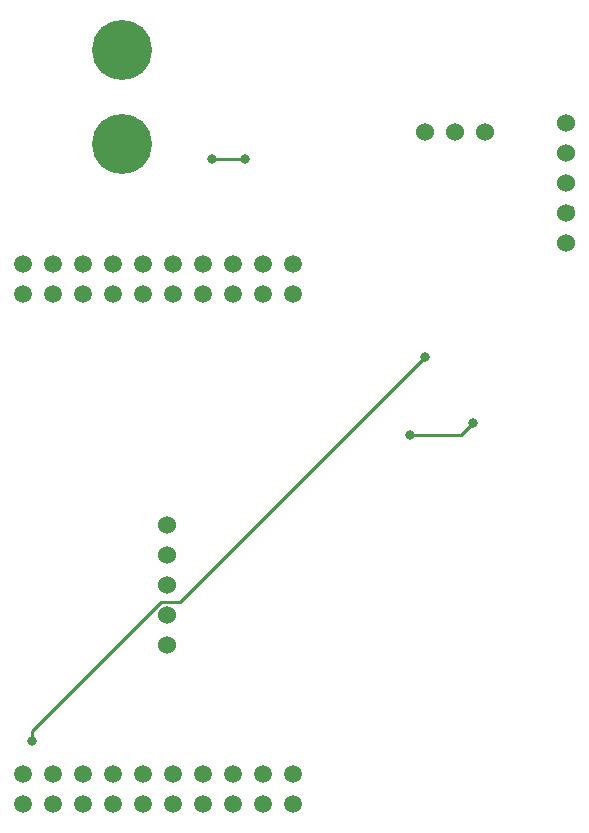
<source format=gbr>
G04 #@! TF.GenerationSoftware,KiCad,Pcbnew,(5.0.0)*
G04 #@! TF.CreationDate,2018-09-29T15:14:27-05:00*
G04 #@! TF.ProjectId,2018Training,32303138547261696E696E672E6B6963,rev?*
G04 #@! TF.SameCoordinates,Original*
G04 #@! TF.FileFunction,Copper,L2,Bot,Signal*
G04 #@! TF.FilePolarity,Positive*
%FSLAX46Y46*%
G04 Gerber Fmt 4.6, Leading zero omitted, Abs format (unit mm)*
G04 Created by KiCad (PCBNEW (5.0.0)) date 09/29/18 15:14:27*
%MOMM*%
%LPD*%
G01*
G04 APERTURE LIST*
G04 #@! TA.AperFunction,ComponentPad*
%ADD10C,1.524000*%
G04 #@! TD*
G04 #@! TA.AperFunction,ComponentPad*
%ADD11C,5.080000*%
G04 #@! TD*
G04 #@! TA.AperFunction,ComponentPad*
%ADD12C,1.520000*%
G04 #@! TD*
G04 #@! TA.AperFunction,ViaPad*
%ADD13C,0.800000*%
G04 #@! TD*
G04 #@! TA.AperFunction,Conductor*
%ADD14C,0.250000*%
G04 #@! TD*
G04 APERTURE END LIST*
D10*
G04 #@! TO.P,Conn2,1*
G04 #@! TO.N,Net-(Conn2-Pad1)*
X170688000Y-57658000D03*
G04 #@! TO.P,Conn2,2*
G04 #@! TO.N,Net-(Conn2-Pad2)*
X170688000Y-60198000D03*
G04 #@! TO.P,Conn2,3*
G04 #@! TO.N,Net-(C1-Pad2)*
X170688000Y-62738000D03*
G04 #@! TO.P,Conn2,4*
G04 #@! TO.N,Net-(Conn2-Pad4)*
X170688000Y-65278000D03*
G04 #@! TO.P,Conn2,5*
G04 #@! TO.N,Net-(Conn2-Pad5)*
X170688000Y-67818000D03*
G04 #@! TD*
D11*
G04 #@! TO.P,Conn1,1*
G04 #@! TO.N,Net-(C1-Pad2)*
X133121400Y-59437000D03*
G04 #@! TO.P,Conn1,2*
G04 #@! TO.N,Net-(C1-Pad1)*
X133121400Y-51436000D03*
G04 #@! TD*
D10*
G04 #@! TO.P,Conn3,5*
G04 #@! TO.N,Net-(Conn3-Pad5)*
X136906000Y-91694000D03*
G04 #@! TO.P,Conn3,4*
G04 #@! TO.N,Net-(Conn3-Pad4)*
X136906000Y-94234000D03*
G04 #@! TO.P,Conn3,3*
G04 #@! TO.N,Net-(C1-Pad2)*
X136906000Y-96774000D03*
G04 #@! TO.P,Conn3,2*
G04 #@! TO.N,Net-(Conn3-Pad2)*
X136906000Y-99314000D03*
G04 #@! TO.P,Conn3,1*
G04 #@! TO.N,Net-(Conn3-Pad1)*
X136906000Y-101854000D03*
G04 #@! TD*
D12*
G04 #@! TO.P,U1,+3V3*
G04 #@! TO.N,Net-(U1-Pad+3V3)*
X124739001Y-115315001D03*
G04 #@! TO.P,U1,PM6*
G04 #@! TO.N,N/C*
X147599001Y-69595001D03*
G04 #@! TO.P,U1,PQ1*
X145059001Y-69595001D03*
G04 #@! TO.P,U1,PQ2*
X137439001Y-69595001D03*
G04 #@! TO.P,U1,PK0*
G04 #@! TO.N,/Serial4*
X134899001Y-112775001D03*
G04 #@! TO.P,U1,PQ3*
G04 #@! TO.N,N/C*
X139979001Y-69595001D03*
G04 #@! TO.P,U1,PP3*
X142519001Y-69595001D03*
G04 #@! TO.P,U1,PQ0*
X139979001Y-115315001D03*
G04 #@! TO.P,U1,PA4*
G04 #@! TO.N,Net-(U1-PadPA4)*
X145059001Y-112775001D03*
G04 #@! TO.P,U1,Rese*
G04 #@! TO.N,N/C*
X134899001Y-69595001D03*
G04 #@! TO.P,U1,PA7*
X132359001Y-69595001D03*
G04 #@! TO.P,U1,PN5*
X145059001Y-115315001D03*
G04 #@! TO.P,U1,PK2*
G04 #@! TO.N,Net-(U1-PadPK2)*
X139979001Y-112775001D03*
G04 #@! TO.P,U1,PK1*
G04 #@! TO.N,Net-(U1-PadPK1)*
X137439001Y-112775001D03*
G04 #@! TO.P,U1,+5V*
G04 #@! TO.N,Net-(C2-Pad1)*
X124739001Y-112775001D03*
G04 #@! TO.P,U1,GND*
G04 #@! TO.N,Net-(U1-PadGND)*
X127279001Y-112775001D03*
G04 #@! TO.P,U1,PB4*
G04 #@! TO.N,Net-(U1-PadPB4)*
X129819001Y-112775001D03*
G04 #@! TO.P,U1,PB5*
G04 #@! TO.N,Net-(U1-PadPB5)*
X132359001Y-112775001D03*
G04 #@! TO.P,U1,PK3*
G04 #@! TO.N,Net-(U1-PadPK3)*
X142519001Y-112775001D03*
G04 #@! TO.P,U1,PA5*
G04 #@! TO.N,Net-(U1-PadPA5)*
X147599001Y-112775001D03*
G04 #@! TO.P,U1,PD2*
G04 #@! TO.N,N/C*
X127279001Y-115315001D03*
G04 #@! TO.P,U1,PP0*
X129819001Y-115315001D03*
G04 #@! TO.P,U1,PP1*
X132359001Y-115315001D03*
G04 #@! TO.P,U1,PD4*
X134899001Y-115315001D03*
G04 #@! TO.P,U1,PD5*
X137439001Y-115315001D03*
G04 #@! TO.P,U1,PP4*
X142519001Y-115315001D03*
G04 #@! TO.P,U1,PN4*
X147599001Y-115315001D03*
G04 #@! TO.P,U1,PG1*
X124739001Y-72135001D03*
G04 #@! TO.P,U1,PK4*
X127279001Y-72135001D03*
G04 #@! TO.P,U1,PK5*
X129819001Y-72135001D03*
G04 #@! TO.P,U1,PM0*
X132359001Y-72135001D03*
G04 #@! TO.P,U1,PM1*
X134899001Y-72135001D03*
G04 #@! TO.P,U1,PM2*
X137439001Y-72135001D03*
G04 #@! TO.P,U1,PH0*
X139979001Y-72135001D03*
G04 #@! TO.P,U1,PH1*
X142519001Y-72135001D03*
G04 #@! TO.P,U1,PK6*
X145059001Y-72135001D03*
G04 #@! TO.P,U1,PK7*
X147599001Y-72135001D03*
G04 #@! TO.P,U1,GND*
G04 #@! TO.N,Net-(U1-PadGND)*
X124739001Y-69595001D03*
G04 #@! TO.P,U1,PM7*
G04 #@! TO.N,N/C*
X127279001Y-69595001D03*
G04 #@! TO.P,U1,PP5*
X129819001Y-69595001D03*
G04 #@! TD*
D10*
G04 #@! TO.P,U2,1*
G04 #@! TO.N,Net-(C1-Pad1)*
X163830000Y-58420000D03*
G04 #@! TO.P,U2,2*
G04 #@! TO.N,Net-(C1-Pad2)*
X161290000Y-58420000D03*
G04 #@! TO.P,U2,3*
G04 #@! TO.N,Net-(C2-Pad1)*
X158750000Y-58420000D03*
G04 #@! TD*
D13*
G04 #@! TO.N,Net-(C2-Pad1)*
X124739001Y-112775001D03*
X140716000Y-60706000D03*
X143510000Y-60706000D03*
X158800153Y-77419847D03*
X125476000Y-109982000D03*
G04 #@! TO.N,Net-(C4-Pad2)*
X157480000Y-84074000D03*
X162814000Y-83058000D03*
G04 #@! TD*
D14*
G04 #@! TO.N,Net-(Conn2-Pad4)*
X171196000Y-64770000D02*
X170688000Y-65278000D01*
G04 #@! TO.N,Net-(C2-Pad1)*
X140716000Y-60706000D02*
X143510000Y-60706000D01*
X125476000Y-109135238D02*
X125476000Y-109982000D01*
X136384239Y-98226999D02*
X125476000Y-109135238D01*
X158800153Y-77419847D02*
X137993001Y-98226999D01*
X137993001Y-98226999D02*
X136384239Y-98226999D01*
G04 #@! TO.N,Net-(C4-Pad2)*
X157480000Y-84074000D02*
X161798000Y-84074000D01*
X161798000Y-84074000D02*
X162814000Y-83058000D01*
G04 #@! TD*
M02*

</source>
